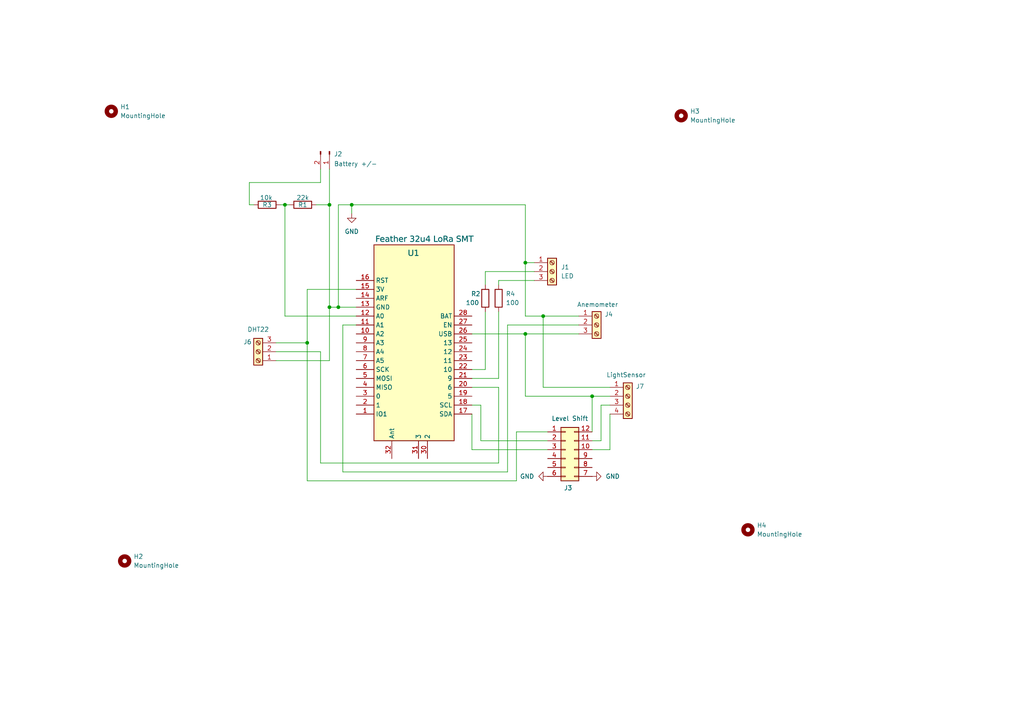
<source format=kicad_sch>
(kicad_sch (version 20250114) (generator "eeschema") (generator_version "9.0")
  (paper "User" 292.1 205.105)
  (lib_symbols
    (symbol "Connector:Conn_01x02_Pin" (pin_names (offset 1.016) (hide yes))
      (property "Reference" "J" (at 0 2.54 0))
      (property "Value" "Conn_01x02_Pin" (at 0 -5.08 0))
      (symbol "Conn_01x02_Pin_1_1"
        (rectangle (start 0.8636 0.127) (end 0 -0.127) (stroke (width 0.1524)) (fill (type outline)))
        (rectangle (start 0.8636 -2.413) (end 0 -2.667) (stroke (width 0.1524)) (fill (type outline)))
        (polyline (pts (xy 1.27 0) (xy 0.8636 0)) (stroke (width 0.1524)))
        (polyline (pts (xy 1.27 -2.54) (xy 0.8636 -2.54)) (stroke (width 0.1524)))
        (pin passive line (at 5.08 0 180) (length 3.81) (name "Pin_1") (number "1"))
        (pin passive line (at 5.08 -2.54 180) (length 3.81) (name "Pin_2") (number "2"))
      )
    )
    (symbol "Connector:Screw_Terminal_01x03" (pin_names (offset 1.016) (hide yes))
      (property "Reference" "J" (at 0 5.08 0))
      (property "Value" "Screw_Terminal_01x03" (at 0 -5.08 0))
      (symbol "Screw_Terminal_01x03_1_1"
        (rectangle (start -1.27 3.81) (end 1.27 -3.81) (stroke (width 0.254)) (fill (type background)))
        (polyline (pts (xy -0.5334 2.8702) (xy 0.3302 2.032)) (stroke (width 0.1524)))
        (polyline (pts (xy -0.5334 0.3302) (xy 0.3302 -0.508)) (stroke (width 0.1524)))
        (polyline (pts (xy -0.5334 -2.2098) (xy 0.3302 -3.048)) (stroke (width 0.1524)))
        (polyline (pts (xy -0.3556 3.048) (xy 0.508 2.2098)) (stroke (width 0.1524)))
        (polyline (pts (xy -0.3556 0.508) (xy 0.508 -0.3302)) (stroke (width 0.1524)))
        (polyline (pts (xy -0.3556 -2.032) (xy 0.508 -2.8702)) (stroke (width 0.1524)))
        (circle (center 0 2.54) (radius 0.635) (stroke (width 0.1524)))
        (circle (center 0 0) (radius 0.635) (stroke (width 0.1524)))
        (circle (center 0 -2.54) (radius 0.635) (stroke (width 0.1524)))
        (pin passive line (at -5.08 2.54 0) (length 3.81) (name "Pin_1") (number "1"))
        (pin passive line (at -5.08 0 0) (length 3.81) (name "Pin_2") (number "2"))
        (pin passive line (at -5.08 -2.54 0) (length 3.81) (name "Pin_3") (number "3"))
      )
    )
    (symbol "Connector:Screw_Terminal_01x04" (pin_names (offset 1.016) (hide yes))
      (property "Reference" "J" (at 0 5.08 0))
      (property "Value" "Screw_Terminal_01x04" (at 0 -7.62 0))
      (symbol "Screw_Terminal_01x04_1_1"
        (rectangle (start -1.27 3.81) (end 1.27 -6.35) (stroke (width 0.254)) (fill (type background)))
        (polyline (pts (xy -0.5334 2.8702) (xy 0.3302 2.032)) (stroke (width 0.1524)))
        (polyline (pts (xy -0.5334 0.3302) (xy 0.3302 -0.508)) (stroke (width 0.1524)))
        (polyline (pts (xy -0.5334 -2.2098) (xy 0.3302 -3.048)) (stroke (width 0.1524)))
        (polyline (pts (xy -0.5334 -4.7498) (xy 0.3302 -5.588)) (stroke (width 0.1524)))
        (polyline (pts (xy -0.3556 3.048) (xy 0.508 2.2098)) (stroke (width 0.1524)))
        (polyline (pts (xy -0.3556 0.508) (xy 0.508 -0.3302)) (stroke (width 0.1524)))
        (polyline (pts (xy -0.3556 -2.032) (xy 0.508 -2.8702)) (stroke (width 0.1524)))
        (polyline (pts (xy -0.3556 -4.572) (xy 0.508 -5.4102)) (stroke (width 0.1524)))
        (circle (center 0 2.54) (radius 0.635) (stroke (width 0.1524)))
        (circle (center 0 0) (radius 0.635) (stroke (width 0.1524)))
        (circle (center 0 -2.54) (radius 0.635) (stroke (width 0.1524)))
        (circle (center 0 -5.08) (radius 0.635) (stroke (width 0.1524)))
        (pin passive line (at -5.08 2.54 0) (length 3.81) (name "Pin_1") (number "1"))
        (pin passive line (at -5.08 0 0) (length 3.81) (name "Pin_2") (number "2"))
        (pin passive line (at -5.08 -2.54 0) (length 3.81) (name "Pin_3") (number "3"))
        (pin passive line (at -5.08 -5.08 0) (length 3.81) (name "Pin_4") (number "4"))
      )
    )
    (symbol "Connector_Generic:Conn_02x06_Counter_Clockwise" (pin_names (offset 1.016) (hide yes))
      (property "Reference" "J3" (at 1.27 11.43 0))
      (property "Value" "Conn_02x06_Counter_Clockwise" (at 1.27 8.89 0))
      (symbol "Conn_02x06_Counter_Clockwise_1_1"
        (rectangle (start -1.27 6.35) (end 3.81 -8.89) (stroke (width 0.254)) (fill (type background)))
        (rectangle (start -1.27 5.207) (end 0 4.953) (stroke (width 0.1524)))
        (rectangle (start -1.27 2.667) (end 0 2.413) (stroke (width 0.1524)))
        (rectangle (start -1.27 0.127) (end 0 -0.127) (stroke (width 0.1524)))
        (rectangle (start -1.27 -2.413) (end 0 -2.667) (stroke (width 0.1524)))
        (rectangle (start -1.27 -4.953) (end 0 -5.207) (stroke (width 0.1524)))
        (rectangle (start -1.27 -7.493) (end 0 -7.747) (stroke (width 0.1524)))
        (rectangle (start 3.81 5.207) (end 2.54 4.953) (stroke (width 0.1524)))
        (rectangle (start 3.81 2.667) (end 2.54 2.413) (stroke (width 0.1524)))
        (rectangle (start 3.81 0.127) (end 2.54 -0.127) (stroke (width 0.1524)))
        (rectangle (start 3.81 -2.413) (end 2.54 -2.667) (stroke (width 0.1524)))
        (rectangle (start 3.81 -4.953) (end 2.54 -5.207) (stroke (width 0.1524)))
        (rectangle (start 3.81 -7.493) (end 2.54 -7.747) (stroke (width 0.1524)))
        (pin passive line (at -5.08 5.08 0) (length 3.81) (name "LV") (number "1"))
        (pin passive line (at -5.08 2.54 0) (length 3.81) (name "A1") (number "2"))
        (pin passive line (at -5.08 0 0) (length 3.81) (name "A2") (number "3"))
        (pin passive line (at -5.08 -2.54 0) (length 3.81) (name "A3") (number "4"))
        (pin passive line (at -5.08 -5.08 0) (length 3.81) (name "A4") (number "5"))
        (pin passive line (at -5.08 -7.62 0) (length 3.81) (name "GND") (number "6"))
        (pin passive line (at 7.62 5.08 180) (length 3.81) (name "HV") (number "12"))
        (pin passive line (at 7.62 2.54 180) (length 3.81) (name "B1") (number "11"))
        (pin passive line (at 7.62 0 180) (length 3.81) (name "B2") (number "10"))
        (pin passive line (at 7.62 -2.54 180) (length 3.81) (name "B3") (number "9"))
        (pin passive line (at 7.62 -5.08 180) (length 3.81) (name "B4") (number "8"))
        (pin passive line (at 7.62 -7.62 180) (length 3.81) (name "GND") (number "7"))
      )
    )
    (symbol "Device:R" (pin_numbers (hide yes)) (pin_names (offset 0))
      (property "Reference" "R" (at 2.032 0 90))
      (property "Value" "R" (at 0 0 90))
      (symbol "R_0_1"
        (rectangle (start -1.016 -2.54) (end 1.016 2.54) (stroke (width 0.254)))
      )
      (symbol "R_1_1"
        (pin passive line (at 0 3.81 270) (length 1.27) (name "~") (number "1"))
        (pin passive line (at 0 -3.81 90) (length 1.27) (name "~") (number "2"))
      )
    )
    (symbol "Feather 32u4 LoRa SMT"
      (property "Reference" "U1" (at -2.7686 35.1409 0))
      (property "Value" "Feather 32u4 LoRa SMT" (at -2.7686 32.9311 0))
      (symbol "Feather 32u4 LoRa SMT_0_0"
        (rectangle (start -12.7 30.48) (end 10.16 -25.4) (stroke (width 0.254)) (fill (type background)))
        (pin unspecified line (at -17.78 20.32 0) (length 5.08) (name "RST") (number "16"))
        (pin unspecified line (at -17.78 17.78 0) (length 5.08) (name "3V") (number "15"))
        (pin unspecified line (at -17.78 15.24 0) (length 5.08) (name "ARF") (number "14"))
        (pin unspecified line (at -17.78 12.7 0) (length 5.08) (name "GND") (number "13"))
        (pin unspecified line (at -17.78 10.16 0) (length 5.08) (name "A0") (number "12"))
        (pin unspecified line (at -17.78 7.62 0) (length 5.08) (name "A1") (number "11"))
        (pin unspecified line (at -17.78 5.08 0) (length 5.08) (name "A2") (number "10"))
        (pin unspecified line (at -17.78 2.54 0) (length 5.08) (name "A3") (number "9"))
        (pin unspecified line (at -17.78 0 0) (length 5.08) (name "A4") (number "8"))
        (pin unspecified line (at -17.78 -2.54 0) (length 5.08) (name "A5") (number "7"))
        (pin unspecified line (at -17.78 -5.08 0) (length 5.08) (name "SCK") (number "6"))
        (pin unspecified line (at -17.78 -7.62 0) (length 5.08) (name "MOSI") (number "5"))
        (pin unspecified line (at -17.78 -10.16 0) (length 5.08) (name "MISO") (number "4"))
        (pin unspecified line (at -17.78 -12.7 0) (length 5.08) (name "0") (number "3"))
        (pin unspecified line (at -17.78 -15.24 0) (length 5.08) (name "1") (number "2"))
        (pin unspecified line (at -17.78 -17.78 0) (length 5.08) (name "IO1") (number "1"))
        (pin unspecified line (at -7.62 -30.48 90) (length 5.08) (name "Ant") (number "32"))
        (pin unspecified line (at 0 -30.48 90) (length 5.08) (name "3") (number "31"))
        (pin unspecified line (at 2.54 -30.48 90) (length 5.08) (name "2") (number "30"))
        (pin unspecified line (at 15.24 10.16 180) (length 5.08) (name "BAT") (number "28"))
        (pin unspecified line (at 15.24 7.62 180) (length 5.08) (name "EN") (number "27"))
        (pin unspecified line (at 15.24 5.08 180) (length 5.08) (name "USB") (number "26"))
        (pin unspecified line (at 15.24 2.54 180) (length 5.08) (name "13") (number "25"))
        (pin unspecified line (at 15.24 0 180) (length 5.08) (name "12") (number "24"))
        (pin unspecified line (at 15.24 -2.54 180) (length 5.08) (name "11") (number "23"))
        (pin unspecified line (at 15.24 -5.08 180) (length 5.08) (name "10") (number "22"))
        (pin unspecified line (at 15.24 -7.62 180) (length 5.08) (name "9") (number "21"))
        (pin unspecified line (at 15.24 -10.16 180) (length 5.08) (name "6") (number "20"))
        (pin unspecified line (at 15.24 -12.7 180) (length 5.08) (name "5") (number "19"))
        (pin unspecified line (at 15.24 -15.24 180) (length 5.08) (name "SCL") (number "18"))
        (pin unspecified line (at 15.24 -17.78 180) (length 5.08) (name "SDA") (number "17"))
      )
    )
    (symbol "Mechanical:MountingHole" (pin_names (offset 1.016)) (in_bom no)
      (property "Reference" "H" (at 0 5.08 0))
      (property "Value" "MountingHole" (at 0 3.175 0))
      (symbol "MountingHole_0_1"
        (circle (center 0 0) (radius 1.27) (stroke (width 1.27)))
      )
    )
    (symbol "power:GND" (power) (pin_numbers (hide yes)) (pin_names (offset 0) (hide yes))
      (property "Value" "GND" (at 0 -3.81 0))
      (symbol "GND_0_1"
        (polyline (pts (xy 0 0) (xy 0 -1.27) (xy 1.27 -1.27) (xy 0 -2.54) (xy -1.27 -1.27) (xy 0 -1.27)))
      )
      (symbol "GND_1_1"
        (pin power_in line (at 0 0 270) (length 0) (name "~") (number "1"))
      )
    )
  )
  (junction (at 100.33 58.42))
  (junction (at 154.94 90.17))
  (junction (at 81.28 58.42))
  (junction (at 149.86 95.25))
  (junction (at 87.63 97.79))
  (junction (at 149.86 74.93))
  (junction (at 168.91 113.03))
  (junction (at 96.52 87.63))
  (junction (at 93.98 87.63))
  (junction (at 93.98 58.42))
  (wire (pts (xy 71.12 52.07) (xy 71.12 58.42)))
  (wire (pts (xy 154.94 110.49) (xy 173.99 110.49)))
  (wire (pts (xy 91.44 52.07) (xy 71.12 52.07)))
  (wire (pts (xy 142.24 107.95) (xy 134.62 107.95)))
  (wire (pts (xy 144.78 134.62) (xy 97.79 134.62)))
  (wire (pts (xy 78.74 97.79) (xy 87.63 97.79)))
  (wire (pts (xy 81.28 90.17) (xy 101.6 90.17)))
  (wire (pts (xy 78.74 102.87) (xy 93.98 102.87)))
  (wire (pts (xy 142.24 80.01) (xy 142.24 81.28)))
  (wire (pts (xy 100.33 58.42) (xy 149.86 58.42)))
  (wire (pts (xy 97.79 92.71) (xy 97.79 134.62)))
  (wire (pts (xy 149.86 74.93) (xy 149.86 58.42)))
  (wire (pts (xy 137.16 125.73) (xy 137.16 115.57)))
  (wire (pts (xy 147.32 123.19) (xy 156.21 123.19)))
  (wire (pts (xy 96.52 58.42) (xy 96.52 87.63)))
  (wire (pts (xy 97.79 92.71) (xy 101.6 92.71)))
  (wire (pts (xy 87.63 97.79) (xy 87.63 137.16)))
  (wire (pts (xy 87.63 137.16) (xy 147.32 137.16)))
  (wire (pts (xy 149.86 113.03) (xy 168.91 113.03)))
  (wire (pts (xy 138.43 88.9) (xy 138.43 105.41)))
  (wire (pts (xy 171.45 125.73) (xy 168.91 125.73)))
  (wire (pts (xy 156.21 125.73) (xy 137.16 125.73)))
  (wire (pts (xy 171.45 115.57) (xy 171.45 125.73)))
  (wire (pts (xy 93.98 87.63) (xy 93.98 102.87)))
  (wire (pts (xy 142.24 88.9) (xy 142.24 107.95)))
  (wire (pts (xy 149.86 74.93) (xy 152.4 74.93)))
  (wire (pts (xy 93.98 58.42) (xy 93.98 87.63)))
  (wire (pts (xy 138.43 77.47) (xy 138.43 81.28)))
  (wire (pts (xy 152.4 80.01) (xy 142.24 80.01)))
  (wire (pts (xy 173.99 115.57) (xy 171.45 115.57)))
  (wire (pts (xy 91.44 48.26) (xy 91.44 52.07)))
  (wire (pts (xy 154.94 90.17) (xy 165.1 90.17)))
  (wire (pts (xy 149.86 113.03) (xy 149.86 95.25)))
  (wire (pts (xy 149.86 90.17) (xy 149.86 74.93)))
  (wire (pts (xy 91.44 100.33) (xy 91.44 132.08)))
  (wire (pts (xy 93.98 48.26) (xy 93.98 58.42)))
  (wire (pts (xy 147.32 137.16) (xy 147.32 123.19)))
  (wire (pts (xy 142.24 110.49) (xy 134.62 110.49)))
  (wire (pts (xy 156.21 128.27) (xy 134.62 128.27)))
  (wire (pts (xy 168.91 113.03) (xy 168.91 123.19)))
  (wire (pts (xy 87.63 82.55) (xy 87.63 97.79)))
  (wire (pts (xy 168.91 113.03) (xy 173.99 113.03)))
  (wire (pts (xy 80.01 58.42) (xy 81.28 58.42)))
  (wire (pts (xy 134.62 128.27) (xy 134.62 118.11)))
  (wire (pts (xy 154.94 110.49) (xy 154.94 90.17)))
  (wire (pts (xy 144.78 92.71) (xy 144.78 134.62)))
  (wire (pts (xy 149.86 95.25) (xy 134.62 95.25)))
  (wire (pts (xy 154.94 90.17) (xy 149.86 90.17)))
  (wire (pts (xy 173.99 118.11) (xy 173.99 128.27)))
  (wire (pts (xy 138.43 105.41) (xy 134.62 105.41)))
  (wire (pts (xy 144.78 92.71) (xy 165.1 92.71)))
  (wire (pts (xy 71.12 58.42) (xy 72.39 58.42)))
  (wire (pts (xy 96.52 87.63) (xy 93.98 87.63)))
  (wire (pts (xy 152.4 77.47) (xy 138.43 77.47)))
  (wire (pts (xy 142.24 132.08) (xy 142.24 110.49)))
  (wire (pts (xy 78.74 100.33) (xy 91.44 100.33)))
  (wire (pts (xy 100.33 58.42) (xy 96.52 58.42)))
  (wire (pts (xy 101.6 82.55) (xy 87.63 82.55)))
  (wire (pts (xy 100.33 58.42) (xy 100.33 60.96)))
  (wire (pts (xy 81.28 58.42) (xy 81.28 90.17)))
  (wire (pts (xy 90.17 58.42) (xy 93.98 58.42)))
  (wire (pts (xy 91.44 132.08) (xy 142.24 132.08)))
  (wire (pts (xy 173.99 128.27) (xy 168.91 128.27)))
  (wire (pts (xy 149.86 95.25) (xy 165.1 95.25)))
  (wire (pts (xy 81.28 58.42) (xy 82.55 58.42)))
  (wire (pts (xy 96.52 87.63) (xy 101.6 87.63)))
  (wire (pts (xy 137.16 115.57) (xy 134.62 115.57)))
  (symbol (lib_id "Connector:Screw_Terminal_01x03") (at 170.18 92.71 0) (unit 1)
    (property "Reference" "J4" (at 172.466 89.662 0) (effects (justify left)))
    (property "Value" "Anemometer" (at 164.592 86.868 0) (effects (justify left)))
    (property "Footprint" "TerminalBlock:TerminalBlock_MaiXu_MX126-5.0-03P_1x03_P5.00mm" (effects (hide yes)))
    (property "Description" "Generic screw terminal, single row, 01x03, script generated (kicad-library-utils/schlib/autogen/connector/)" (effects (hide yes)))
  )
  (symbol (lib_id "Device:R") (at 86.36 58.42 90) (unit 1)
    (property "Reference" "R1" (at 86.36 58.42 90))
    (property "Value" "22k" (at 86.36 56.388 90))
    (property "Footprint" "Resistor_THT:R_Axial_DIN0207_L6.3mm_D2.5mm_P10.16mm_Horizontal" (effects (hide yes)))
    (property "Description" "Resistor" (effects (hide yes)))
  )
  (symbol (lib_id "Device:R") (at 76.2 58.42 90) (unit 1)
    (property "Reference" "R3" (at 76.2 58.42 90))
    (property "Value" "10k" (at 75.946 56.388 90))
    (property "Footprint" "Resistor_THT:R_Axial_DIN0207_L6.3mm_D2.5mm_P10.16mm_Horizontal" (effects (hide yes)))
    (property "Description" "Resistor" (effects (hide yes)))
  )
  (symbol (lib_id "Feather 32u4 LoRa SMT") (at 119.38 100.33 0) (unit 1)
    (property "Reference" "U1" (at 116.332 71.374 0) (effects (font (size 1.6891 1.6891)) (justify left top)))
    (property "Value" "Feather 32u4 LoRa SMT" (at 105.664 67.31 0) (effects (font (size 1.6891 1.6891)) (justify left top)))
    (property "Footprint" "Module:mod2_Adafruit_Feather_32u4_RFM_WithMountingHoles_1" (effects (hide yes)))
    (property "Supplier Part" "1528-1660-ND" (effects (hide yes)))
    (property "Supplier" "Digi-Key" (effects (hide yes)))
  )
  (symbol (lib_id "Connector:Screw_Terminal_01x03") (at 73.66 100.33 180) (unit 1)
    (property "Reference" "J6" (at 70.612 97.536 0))
    (property "Value" "DHT22" (at 73.66 93.98 0))
    (property "Footprint" "TerminalBlock:TerminalBlock_MaiXu_MX126-5.0-03P_1x03_P5.00mm" (effects (hide yes)))
    (property "Description" "Generic screw terminal, single row, 01x03, script generated (kicad-library-utils/schlib/autogen/connector/)" (effects (hide yes)))
  )
  (symbol (lib_id "Connector_Generic:Conn_02x06_Counter_Clockwise") (at 161.29 128.27 0) (unit 1)
    (property "Reference" "J3" (at 162.052 139.192 0))
    (property "Value" "Level Shift" (at 162.56 119.38 0))
    (property "Footprint" "Connector_PinHeader_2.54mm:PinHeader_2x06_P2.54mm_Vertical" (effects (hide yes)))
    (property "Description" "Generic connector, double row, 02x06, counter clockwise pin numbering scheme (similar to DIP package numbering), script generated (kicad-library-utils/schlib/autogen/connector/)" (effects (hide yes)))
  )
  (symbol (lib_id "power:GND") (at 156.21 135.89 270) (unit 1)
    (property "Reference" "#PWR03" (effects (hide yes)))
    (property "Value" "GND" (at 152.4 135.8899 90) (effects (justify right)))
    (property "Description" "Power symbol creates a global label with name \"GND\" , ground" (effects (hide yes)))
  )
  (symbol (lib_id "power:GND") (at 100.33 60.96 0) (unit 1)
    (property "Reference" "#PWR01" (effects (hide yes)))
    (property "Value" "GND" (at 100.33 66.04 0))
    (property "Description" "Power symbol creates a global label with name \"GND\" , ground" (effects (hide yes)))
  )
  (symbol (lib_id "Connector:Screw_Terminal_01x03") (at 157.48 77.47 0) (unit 1)
    (property "Reference" "J1" (at 160.02 76.1999 0) (effects (justify left)))
    (property "Value" "LED" (at 160.02 78.7399 0) (effects (justify left)))
    (property "Footprint" "TerminalBlock:TerminalBlock_MaiXu_MX126-5.0-03P_1x03_P5.00mm" (effects (hide yes)))
    (property "Description" "Generic screw terminal, single row, 01x03, script generated (kicad-library-utils/schlib/autogen/connector/)" (effects (hide yes)))
  )
  (symbol (lib_id "Mechanical:MountingHole") (at 31.75 31.75 0) (unit 1) (in_bom no)
    (property "Reference" "H1" (at 34.29 30.4799 0) (effects (justify left)))
    (property "Value" "MountingHole" (at 34.29 33.0199 0) (effects (justify left)))
    (property "Footprint" "MountingHole:MountingHole_4.3mm_M4" (effects (hide yes)))
    (property "Description" "Mounting Hole without connection" (effects (hide yes)))
  )
  (symbol (lib_id "Mechanical:MountingHole") (at 35.56 160.02 0) (unit 1) (in_bom no)
    (property "Reference" "H2" (at 38.1 158.7499 0) (effects (justify left)))
    (property "Value" "MountingHole" (at 38.1 161.2899 0) (effects (justify left)))
    (property "Footprint" "MountingHole:MountingHole_4.3mm_M4" (effects (hide yes)))
    (property "Description" "Mounting Hole without connection" (effects (hide yes)))
  )
  (symbol (lib_id "Mechanical:MountingHole") (at 194.31 33.02 0) (unit 1) (in_bom no)
    (property "Reference" "H3" (at 196.85 31.7499 0) (effects (justify left)))
    (property "Value" "MountingHole" (at 196.85 34.2899 0) (effects (justify left)))
    (property "Footprint" "MountingHole:MountingHole_4.3mm_M4" (effects (hide yes)))
    (property "Description" "Mounting Hole without connection" (effects (hide yes)))
  )
  (symbol (lib_id "Mechanical:MountingHole") (at 213.36 151.13 0) (unit 1) (in_bom no)
    (property "Reference" "H4" (at 215.9 149.8599 0) (effects (justify left)))
    (property "Value" "MountingHole" (at 215.9 152.3999 0) (effects (justify left)))
    (property "Footprint" "MountingHole:MountingHole_4.3mm_M4" (effects (hide yes)))
    (property "Description" "Mounting Hole without connection" (effects (hide yes)))
  )
  (symbol (lib_id "Device:R") (at 138.43 85.09 180) (unit 1)
    (property "Reference" "R2" (at 134.366 83.82 0) (effects (justify right)))
    (property "Value" "100" (at 132.842 86.36 0) (effects (justify right)))
    (property "Footprint" "Resistor_THT:R_Axial_DIN0207_L6.3mm_D2.5mm_P10.16mm_Horizontal" (effects (hide yes)))
    (property "Description" "Resistor" (effects (hide yes)))
  )
  (symbol (lib_id "Connector:Conn_01x02_Pin") (at 93.98 43.18 270) (unit 1)
    (property "Reference" "J2" (at 95.25 43.942 90) (effects (justify left)))
    (property "Value" "Battery +/-" (at 95.25 46.736 90) (effects (justify left)))
    (property "Footprint" "Connector_JST:JST_PH_B2B-PH-K_1x02_P2.00mm_Vertical" (effects (hide yes)))
    (property "Description" "Generic connector, single row, 01x02, script generated" (effects (hide yes)))
  )
  (symbol (lib_id "power:GND") (at 168.91 135.89 90) (unit 1)
    (property "Reference" "#PWR02" (effects (hide yes)))
    (property "Value" "GND" (at 172.72 135.8899 90) (effects (justify right)))
    (property "Description" "Power symbol creates a global label with name \"GND\" , ground" (effects (hide yes)))
  )
  (symbol (lib_id "Connector:Screw_Terminal_01x04") (at 179.07 113.03 0) (unit 1)
    (property "Reference" "J7" (at 181.356 110.236 0) (effects (justify left)))
    (property "Value" "LightSensor" (at 172.974 106.934 0) (effects (justify left)))
    (property "Footprint" "TerminalBlock:TerminalBlock_MaiXu_MX126-5.0-04P_1x04_P5.00mm" (effects (hide yes)))
    (property "Description" "Generic screw terminal, single row, 01x04, script generated (kicad-library-utils/schlib/autogen/connector/)" (effects (hide yes)))
  )
  (symbol (lib_id "Device:R") (at 142.24 85.09 180) (unit 1)
    (property "Reference" "R4" (at 144.272 83.82 0) (effects (justify right)))
    (property "Value" "100" (at 144.272 86.36 0) (effects (justify right)))
    (property "Footprint" "Resistor_THT:R_Axial_DIN0207_L6.3mm_D2.5mm_P10.16mm_Horizontal" (effects (hide yes)))
    (property "Description" "Resistor" (effects (hide yes)))
  )
)
</source>
